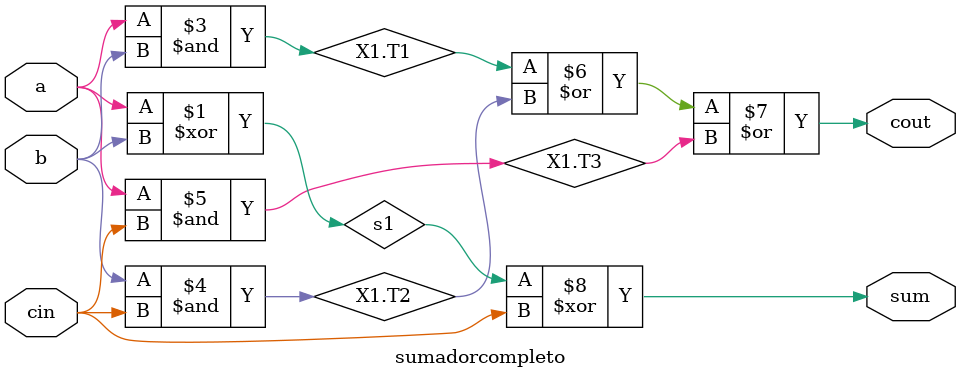
<source format=v>
/**************************************
* Module: sumador_completo
* Date:2013-07-03  
* Author: leon     
*
* Description: Sumador completo. para presentar las descripciones básicas
***************************************/
module  sumadorcompleto(a,b,cin,sum,cout);
input a,b,cin;
output sum,cout;
wire s1;
reg cout;
xor u1 (s1,a,b);
always @(a,b,cin)
begin: X1
reg T1,T2,T3;
T1= a & b;
T2= b & cin;
T3= a & cin;
cout= T1 | T2 | T3;
end
assign sum = s1 ^ cin;
endmodule


</source>
